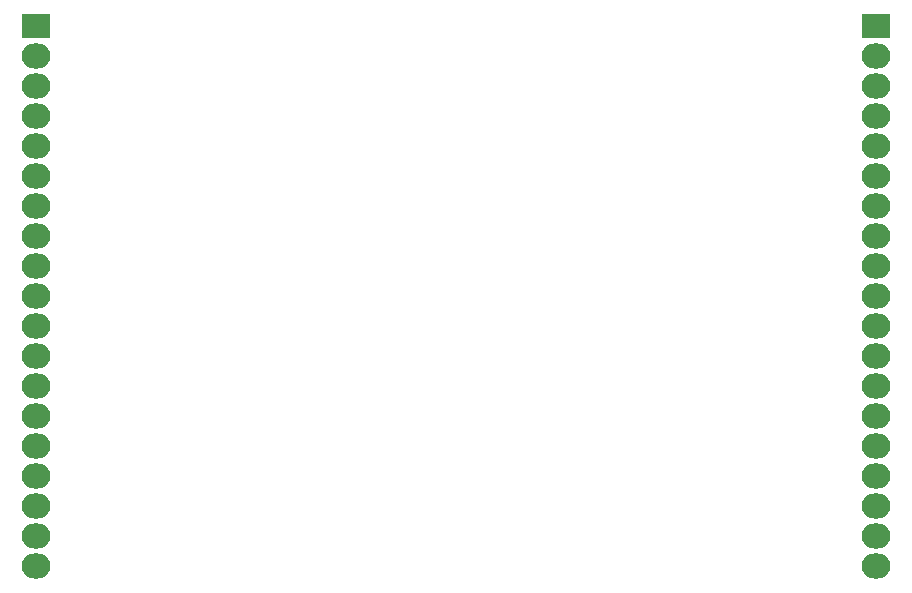
<source format=gbr>
G04 #@! TF.FileFunction,Soldermask,Bot*
%FSLAX46Y46*%
G04 Gerber Fmt 4.6, Leading zero omitted, Abs format (unit mm)*
G04 Created by KiCad (PCBNEW 4.0.3+e1-6302~38~ubuntu16.04.1-stable) date Thu Aug 25 17:16:29 2016*
%MOMM*%
%LPD*%
G01*
G04 APERTURE LIST*
%ADD10C,0.100000*%
%ADD11R,2.432000X2.127200*%
%ADD12O,2.432000X2.127200*%
G04 APERTURE END LIST*
D10*
D11*
X107950000Y-105410000D03*
D12*
X107950000Y-107950000D03*
X107950000Y-110490000D03*
X107950000Y-113030000D03*
X107950000Y-115570000D03*
X107950000Y-118110000D03*
X107950000Y-120650000D03*
X107950000Y-123190000D03*
X107950000Y-125730000D03*
X107950000Y-128270000D03*
X107950000Y-130810000D03*
X107950000Y-133350000D03*
X107950000Y-135890000D03*
X107950000Y-138430000D03*
X107950000Y-140970000D03*
X107950000Y-143510000D03*
X107950000Y-146050000D03*
X107950000Y-148590000D03*
X107950000Y-151130000D03*
D11*
X179070000Y-105410000D03*
D12*
X179070000Y-107950000D03*
X179070000Y-110490000D03*
X179070000Y-113030000D03*
X179070000Y-115570000D03*
X179070000Y-118110000D03*
X179070000Y-120650000D03*
X179070000Y-123190000D03*
X179070000Y-125730000D03*
X179070000Y-128270000D03*
X179070000Y-130810000D03*
X179070000Y-133350000D03*
X179070000Y-135890000D03*
X179070000Y-138430000D03*
X179070000Y-140970000D03*
X179070000Y-143510000D03*
X179070000Y-146050000D03*
X179070000Y-148590000D03*
X179070000Y-151130000D03*
M02*

</source>
